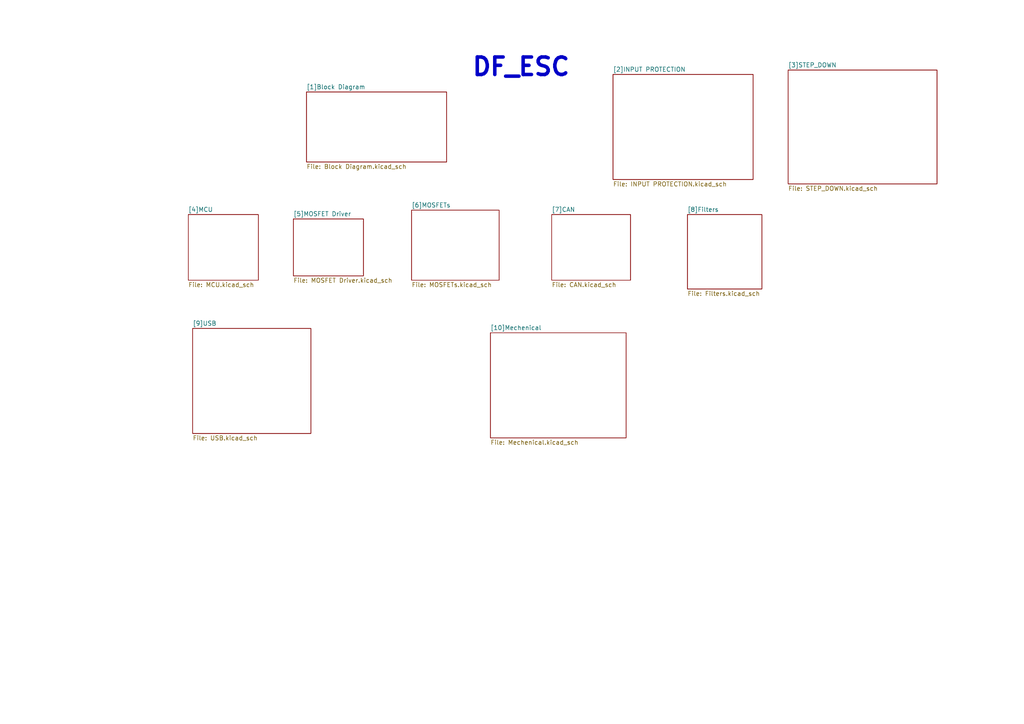
<source format=kicad_sch>
(kicad_sch
	(version 20231120)
	(generator "eeschema")
	(generator_version "8.0")
	(uuid "8d375371-3274-467d-898f-aae6cf89bac6")
	(paper "A4")
	(lib_symbols)
	(text "DF_ESC"
		(exclude_from_sim no)
		(at 151.13 19.558 0)
		(effects
			(font
				(size 5.08 5.08)
				(thickness 1.016)
				(bold yes)
			)
		)
		(uuid "61d739bd-5683-432b-bf6f-9b20b88ecb5f")
	)
	(sheet
		(at 119.38 60.96)
		(size 25.4 20.32)
		(fields_autoplaced yes)
		(stroke
			(width 0.1524)
			(type solid)
		)
		(fill
			(color 0 0 0 0.0000)
		)
		(uuid "01260e7c-3b1a-49d7-b408-a54c54e69365")
		(property "Sheetname" "[6]MOSFETs"
			(at 119.38 60.2484 0)
			(effects
				(font
					(size 1.27 1.27)
				)
				(justify left bottom)
			)
		)
		(property "Sheetfile" "MOSFETs.kicad_sch"
			(at 119.38 81.8646 0)
			(effects
				(font
					(size 1.27 1.27)
				)
				(justify left top)
			)
		)
		(instances
			(project "STM 32 PCB"
				(path "/8d375371-3274-467d-898f-aae6cf89bac6"
					(page "6")
				)
			)
		)
	)
	(sheet
		(at 88.9 26.67)
		(size 40.64 20.32)
		(fields_autoplaced yes)
		(stroke
			(width 0.1524)
			(type solid)
		)
		(fill
			(color 0 0 0 0.0000)
		)
		(uuid "06d18e6f-c748-4ca1-9481-e5b2e59e53e2")
		(property "Sheetname" "[1]Block Diagram"
			(at 88.9 25.9584 0)
			(effects
				(font
					(size 1.27 1.27)
				)
				(justify left bottom)
			)
		)
		(property "Sheetfile" "Block Diagram.kicad_sch"
			(at 88.9 47.5746 0)
			(effects
				(font
					(size 1.27 1.27)
				)
				(justify left top)
			)
		)
		(instances
			(project "STM 32 PCB"
				(path "/8d375371-3274-467d-898f-aae6cf89bac6"
					(page "1")
				)
			)
		)
	)
	(sheet
		(at 85.09 63.5)
		(size 20.32 16.51)
		(fields_autoplaced yes)
		(stroke
			(width 0.1524)
			(type solid)
		)
		(fill
			(color 0 0 0 0.0000)
		)
		(uuid "19416aab-39b6-4b91-a730-4fedc1a7552c")
		(property "Sheetname" "[5]MOSFET Driver"
			(at 85.09 62.7884 0)
			(effects
				(font
					(size 1.27 1.27)
				)
				(justify left bottom)
			)
		)
		(property "Sheetfile" "MOSFET Driver.kicad_sch"
			(at 85.09 80.5946 0)
			(effects
				(font
					(size 1.27 1.27)
				)
				(justify left top)
			)
		)
		(instances
			(project "STM 32 PCB"
				(path "/8d375371-3274-467d-898f-aae6cf89bac6"
					(page "5")
				)
			)
		)
	)
	(sheet
		(at 142.24 96.52)
		(size 39.37 30.48)
		(fields_autoplaced yes)
		(stroke
			(width 0.1524)
			(type solid)
		)
		(fill
			(color 0 0 0 0.0000)
		)
		(uuid "21e8d343-a7f8-4782-8791-ca497370511b")
		(property "Sheetname" "[10]Mechenical"
			(at 142.24 95.8084 0)
			(effects
				(font
					(size 1.27 1.27)
				)
				(justify left bottom)
			)
		)
		(property "Sheetfile" "Mechenical.kicad_sch"
			(at 142.24 127.5846 0)
			(effects
				(font
					(size 1.27 1.27)
				)
				(justify left top)
			)
		)
		(instances
			(project "STM 32 PCB"
				(path "/8d375371-3274-467d-898f-aae6cf89bac6"
					(page "10")
				)
			)
		)
	)
	(sheet
		(at 228.6 20.32)
		(size 43.18 33.02)
		(fields_autoplaced yes)
		(stroke
			(width 0.1524)
			(type solid)
		)
		(fill
			(color 0 0 0 0.0000)
		)
		(uuid "38aedd7a-f18b-4c14-bf5f-5b4c5ffc3c10")
		(property "Sheetname" "[3]STEP_DOWN"
			(at 228.6 19.6084 0)
			(effects
				(font
					(size 1.27 1.27)
				)
				(justify left bottom)
			)
		)
		(property "Sheetfile" "STEP_DOWN.kicad_sch"
			(at 228.6 53.9246 0)
			(effects
				(font
					(size 1.27 1.27)
				)
				(justify left top)
			)
		)
		(instances
			(project "STM 32 PCB"
				(path "/8d375371-3274-467d-898f-aae6cf89bac6"
					(page "3")
				)
			)
		)
	)
	(sheet
		(at 199.39 62.23)
		(size 21.59 21.59)
		(fields_autoplaced yes)
		(stroke
			(width 0.1524)
			(type solid)
		)
		(fill
			(color 0 0 0 0.0000)
		)
		(uuid "40308f02-2cbf-4160-b7c7-ffdb86316f6e")
		(property "Sheetname" "[8]Filters"
			(at 199.39 61.5184 0)
			(effects
				(font
					(size 1.27 1.27)
				)
				(justify left bottom)
			)
		)
		(property "Sheetfile" "Filters.kicad_sch"
			(at 199.39 84.4046 0)
			(effects
				(font
					(size 1.27 1.27)
				)
				(justify left top)
			)
		)
		(instances
			(project "STM 32 PCB"
				(path "/8d375371-3274-467d-898f-aae6cf89bac6"
					(page "8")
				)
			)
		)
	)
	(sheet
		(at 55.88 95.25)
		(size 34.29 30.48)
		(fields_autoplaced yes)
		(stroke
			(width 0.1524)
			(type solid)
		)
		(fill
			(color 0 0 0 0.0000)
		)
		(uuid "5d7e97e9-041f-49e0-b3e7-75f66be40159")
		(property "Sheetname" "[9]USB"
			(at 55.88 94.5384 0)
			(effects
				(font
					(size 1.27 1.27)
				)
				(justify left bottom)
			)
		)
		(property "Sheetfile" "USB.kicad_sch"
			(at 55.88 126.3146 0)
			(effects
				(font
					(size 1.27 1.27)
				)
				(justify left top)
			)
		)
		(instances
			(project "STM 32 PCB"
				(path "/8d375371-3274-467d-898f-aae6cf89bac6"
					(page "9")
				)
			)
		)
	)
	(sheet
		(at 160.02 62.23)
		(size 22.86 19.05)
		(fields_autoplaced yes)
		(stroke
			(width 0.1524)
			(type solid)
		)
		(fill
			(color 0 0 0 0.0000)
		)
		(uuid "86a4cafd-5e73-4a34-b462-6c66084ca704")
		(property "Sheetname" "[7]CAN"
			(at 160.02 61.5184 0)
			(effects
				(font
					(size 1.27 1.27)
				)
				(justify left bottom)
			)
		)
		(property "Sheetfile" "CAN.kicad_sch"
			(at 160.02 81.8646 0)
			(effects
				(font
					(size 1.27 1.27)
				)
				(justify left top)
			)
		)
		(instances
			(project "STM 32 PCB"
				(path "/8d375371-3274-467d-898f-aae6cf89bac6"
					(page "7")
				)
			)
		)
	)
	(sheet
		(at 54.61 62.23)
		(size 20.32 19.05)
		(fields_autoplaced yes)
		(stroke
			(width 0.1524)
			(type solid)
		)
		(fill
			(color 0 0 0 0.0000)
		)
		(uuid "ef6d121a-6aa2-4d22-9a29-fcce941db65e")
		(property "Sheetname" "[4]MCU"
			(at 54.61 61.5184 0)
			(effects
				(font
					(size 1.27 1.27)
				)
				(justify left bottom)
			)
		)
		(property "Sheetfile" "MCU.kicad_sch"
			(at 54.61 81.8646 0)
			(effects
				(font
					(size 1.27 1.27)
				)
				(justify left top)
			)
		)
		(instances
			(project "STM 32 PCB"
				(path "/8d375371-3274-467d-898f-aae6cf89bac6"
					(page "4")
				)
			)
		)
	)
	(sheet
		(at 177.8 21.59)
		(size 40.64 30.48)
		(fields_autoplaced yes)
		(stroke
			(width 0.1524)
			(type solid)
		)
		(fill
			(color 0 0 0 0.0000)
		)
		(uuid "f8f21900-3c37-4aea-bd46-6cd0986bb1ec")
		(property "Sheetname" "[2]INPUT PROTECTION"
			(at 177.8 20.8784 0)
			(effects
				(font
					(size 1.27 1.27)
				)
				(justify left bottom)
			)
		)
		(property "Sheetfile" "INPUT PROTECTION.kicad_sch"
			(at 177.8 52.6546 0)
			(effects
				(font
					(size 1.27 1.27)
				)
				(justify left top)
			)
		)
		(instances
			(project "STM 32 PCB"
				(path "/8d375371-3274-467d-898f-aae6cf89bac6"
					(page "2")
				)
			)
		)
	)
	(sheet_instances
		(path "/"
			(page "1")
		)
	)
)

</source>
